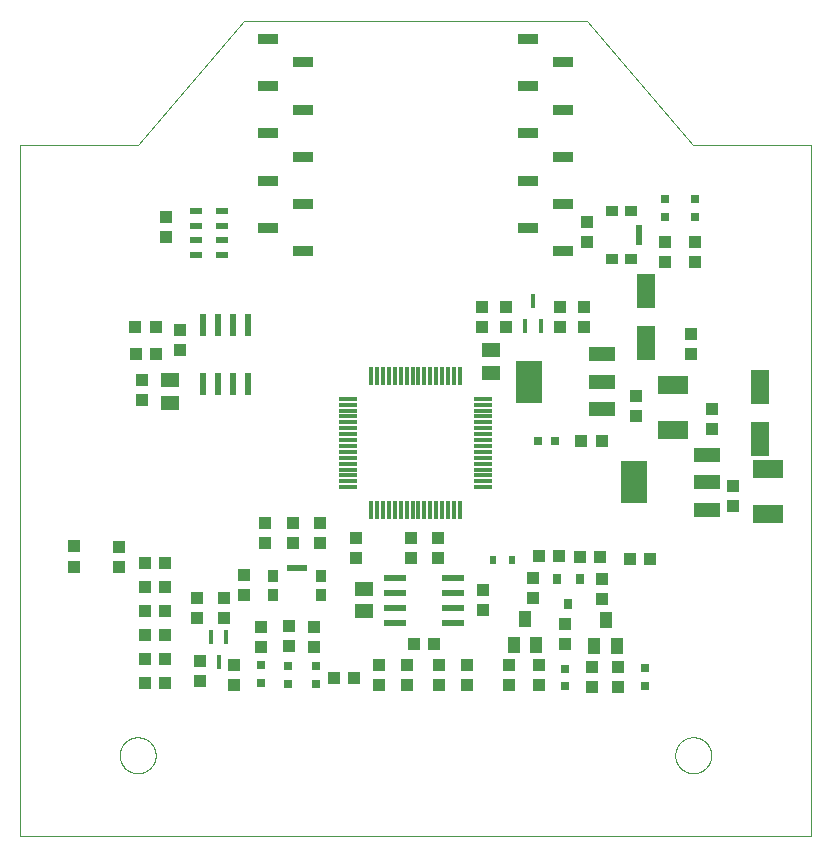
<source format=gtp>
G75*
%MOIN*%
%OFA0B0*%
%FSLAX25Y25*%
%IPPOS*%
%LPD*%
%AMOC8*
5,1,8,0,0,1.08239X$1,22.5*
%
%ADD10C,0.00000*%
%ADD11R,0.03937X0.04331*%
%ADD12R,0.06299X0.11811*%
%ADD13R,0.04331X0.03937*%
%ADD14R,0.08800X0.04800*%
%ADD15R,0.08661X0.14173*%
%ADD16R,0.03150X0.03150*%
%ADD17R,0.03543X0.03937*%
%ADD18R,0.06693X0.02165*%
%ADD19R,0.03937X0.03543*%
%ADD20R,0.02165X0.06693*%
%ADD21R,0.06693X0.03346*%
%ADD22R,0.04331X0.02362*%
%ADD23R,0.02200X0.07800*%
%ADD24R,0.07800X0.02200*%
%ADD25R,0.01181X0.05906*%
%ADD26R,0.05906X0.01181*%
%ADD27R,0.05906X0.05118*%
%ADD28R,0.10000X0.06000*%
%ADD29R,0.03937X0.05512*%
%ADD30R,0.03150X0.03543*%
%ADD31R,0.02362X0.03150*%
%ADD32R,0.04252X0.04134*%
%ADD33R,0.01600X0.04600*%
D10*
X0012400Y0035678D02*
X0012400Y0265993D01*
X0051770Y0265993D01*
X0087203Y0307332D01*
X0201376Y0307332D01*
X0236809Y0265993D01*
X0276180Y0265993D01*
X0276180Y0035678D01*
X0012400Y0035678D01*
X0045690Y0062450D02*
X0045692Y0062604D01*
X0045698Y0062759D01*
X0045708Y0062913D01*
X0045722Y0063067D01*
X0045740Y0063220D01*
X0045761Y0063373D01*
X0045787Y0063526D01*
X0045817Y0063677D01*
X0045850Y0063828D01*
X0045888Y0063978D01*
X0045929Y0064127D01*
X0045974Y0064275D01*
X0046023Y0064421D01*
X0046076Y0064567D01*
X0046132Y0064710D01*
X0046192Y0064853D01*
X0046256Y0064993D01*
X0046323Y0065133D01*
X0046394Y0065270D01*
X0046468Y0065405D01*
X0046546Y0065539D01*
X0046627Y0065670D01*
X0046712Y0065799D01*
X0046800Y0065927D01*
X0046891Y0066051D01*
X0046985Y0066174D01*
X0047083Y0066294D01*
X0047183Y0066411D01*
X0047287Y0066526D01*
X0047393Y0066638D01*
X0047502Y0066747D01*
X0047614Y0066853D01*
X0047729Y0066957D01*
X0047846Y0067057D01*
X0047966Y0067155D01*
X0048089Y0067249D01*
X0048213Y0067340D01*
X0048341Y0067428D01*
X0048470Y0067513D01*
X0048601Y0067594D01*
X0048735Y0067672D01*
X0048870Y0067746D01*
X0049007Y0067817D01*
X0049147Y0067884D01*
X0049287Y0067948D01*
X0049430Y0068008D01*
X0049573Y0068064D01*
X0049719Y0068117D01*
X0049865Y0068166D01*
X0050013Y0068211D01*
X0050162Y0068252D01*
X0050312Y0068290D01*
X0050463Y0068323D01*
X0050614Y0068353D01*
X0050767Y0068379D01*
X0050920Y0068400D01*
X0051073Y0068418D01*
X0051227Y0068432D01*
X0051381Y0068442D01*
X0051536Y0068448D01*
X0051690Y0068450D01*
X0051844Y0068448D01*
X0051999Y0068442D01*
X0052153Y0068432D01*
X0052307Y0068418D01*
X0052460Y0068400D01*
X0052613Y0068379D01*
X0052766Y0068353D01*
X0052917Y0068323D01*
X0053068Y0068290D01*
X0053218Y0068252D01*
X0053367Y0068211D01*
X0053515Y0068166D01*
X0053661Y0068117D01*
X0053807Y0068064D01*
X0053950Y0068008D01*
X0054093Y0067948D01*
X0054233Y0067884D01*
X0054373Y0067817D01*
X0054510Y0067746D01*
X0054645Y0067672D01*
X0054779Y0067594D01*
X0054910Y0067513D01*
X0055039Y0067428D01*
X0055167Y0067340D01*
X0055291Y0067249D01*
X0055414Y0067155D01*
X0055534Y0067057D01*
X0055651Y0066957D01*
X0055766Y0066853D01*
X0055878Y0066747D01*
X0055987Y0066638D01*
X0056093Y0066526D01*
X0056197Y0066411D01*
X0056297Y0066294D01*
X0056395Y0066174D01*
X0056489Y0066051D01*
X0056580Y0065927D01*
X0056668Y0065799D01*
X0056753Y0065670D01*
X0056834Y0065539D01*
X0056912Y0065405D01*
X0056986Y0065270D01*
X0057057Y0065133D01*
X0057124Y0064993D01*
X0057188Y0064853D01*
X0057248Y0064710D01*
X0057304Y0064567D01*
X0057357Y0064421D01*
X0057406Y0064275D01*
X0057451Y0064127D01*
X0057492Y0063978D01*
X0057530Y0063828D01*
X0057563Y0063677D01*
X0057593Y0063526D01*
X0057619Y0063373D01*
X0057640Y0063220D01*
X0057658Y0063067D01*
X0057672Y0062913D01*
X0057682Y0062759D01*
X0057688Y0062604D01*
X0057690Y0062450D01*
X0057688Y0062296D01*
X0057682Y0062141D01*
X0057672Y0061987D01*
X0057658Y0061833D01*
X0057640Y0061680D01*
X0057619Y0061527D01*
X0057593Y0061374D01*
X0057563Y0061223D01*
X0057530Y0061072D01*
X0057492Y0060922D01*
X0057451Y0060773D01*
X0057406Y0060625D01*
X0057357Y0060479D01*
X0057304Y0060333D01*
X0057248Y0060190D01*
X0057188Y0060047D01*
X0057124Y0059907D01*
X0057057Y0059767D01*
X0056986Y0059630D01*
X0056912Y0059495D01*
X0056834Y0059361D01*
X0056753Y0059230D01*
X0056668Y0059101D01*
X0056580Y0058973D01*
X0056489Y0058849D01*
X0056395Y0058726D01*
X0056297Y0058606D01*
X0056197Y0058489D01*
X0056093Y0058374D01*
X0055987Y0058262D01*
X0055878Y0058153D01*
X0055766Y0058047D01*
X0055651Y0057943D01*
X0055534Y0057843D01*
X0055414Y0057745D01*
X0055291Y0057651D01*
X0055167Y0057560D01*
X0055039Y0057472D01*
X0054910Y0057387D01*
X0054779Y0057306D01*
X0054645Y0057228D01*
X0054510Y0057154D01*
X0054373Y0057083D01*
X0054233Y0057016D01*
X0054093Y0056952D01*
X0053950Y0056892D01*
X0053807Y0056836D01*
X0053661Y0056783D01*
X0053515Y0056734D01*
X0053367Y0056689D01*
X0053218Y0056648D01*
X0053068Y0056610D01*
X0052917Y0056577D01*
X0052766Y0056547D01*
X0052613Y0056521D01*
X0052460Y0056500D01*
X0052307Y0056482D01*
X0052153Y0056468D01*
X0051999Y0056458D01*
X0051844Y0056452D01*
X0051690Y0056450D01*
X0051536Y0056452D01*
X0051381Y0056458D01*
X0051227Y0056468D01*
X0051073Y0056482D01*
X0050920Y0056500D01*
X0050767Y0056521D01*
X0050614Y0056547D01*
X0050463Y0056577D01*
X0050312Y0056610D01*
X0050162Y0056648D01*
X0050013Y0056689D01*
X0049865Y0056734D01*
X0049719Y0056783D01*
X0049573Y0056836D01*
X0049430Y0056892D01*
X0049287Y0056952D01*
X0049147Y0057016D01*
X0049007Y0057083D01*
X0048870Y0057154D01*
X0048735Y0057228D01*
X0048601Y0057306D01*
X0048470Y0057387D01*
X0048341Y0057472D01*
X0048213Y0057560D01*
X0048089Y0057651D01*
X0047966Y0057745D01*
X0047846Y0057843D01*
X0047729Y0057943D01*
X0047614Y0058047D01*
X0047502Y0058153D01*
X0047393Y0058262D01*
X0047287Y0058374D01*
X0047183Y0058489D01*
X0047083Y0058606D01*
X0046985Y0058726D01*
X0046891Y0058849D01*
X0046800Y0058973D01*
X0046712Y0059101D01*
X0046627Y0059230D01*
X0046546Y0059361D01*
X0046468Y0059495D01*
X0046394Y0059630D01*
X0046323Y0059767D01*
X0046256Y0059907D01*
X0046192Y0060047D01*
X0046132Y0060190D01*
X0046076Y0060333D01*
X0046023Y0060479D01*
X0045974Y0060625D01*
X0045929Y0060773D01*
X0045888Y0060922D01*
X0045850Y0061072D01*
X0045817Y0061223D01*
X0045787Y0061374D01*
X0045761Y0061527D01*
X0045740Y0061680D01*
X0045722Y0061833D01*
X0045708Y0061987D01*
X0045698Y0062141D01*
X0045692Y0062296D01*
X0045690Y0062450D01*
X0230890Y0062450D02*
X0230892Y0062604D01*
X0230898Y0062759D01*
X0230908Y0062913D01*
X0230922Y0063067D01*
X0230940Y0063220D01*
X0230961Y0063373D01*
X0230987Y0063526D01*
X0231017Y0063677D01*
X0231050Y0063828D01*
X0231088Y0063978D01*
X0231129Y0064127D01*
X0231174Y0064275D01*
X0231223Y0064421D01*
X0231276Y0064567D01*
X0231332Y0064710D01*
X0231392Y0064853D01*
X0231456Y0064993D01*
X0231523Y0065133D01*
X0231594Y0065270D01*
X0231668Y0065405D01*
X0231746Y0065539D01*
X0231827Y0065670D01*
X0231912Y0065799D01*
X0232000Y0065927D01*
X0232091Y0066051D01*
X0232185Y0066174D01*
X0232283Y0066294D01*
X0232383Y0066411D01*
X0232487Y0066526D01*
X0232593Y0066638D01*
X0232702Y0066747D01*
X0232814Y0066853D01*
X0232929Y0066957D01*
X0233046Y0067057D01*
X0233166Y0067155D01*
X0233289Y0067249D01*
X0233413Y0067340D01*
X0233541Y0067428D01*
X0233670Y0067513D01*
X0233801Y0067594D01*
X0233935Y0067672D01*
X0234070Y0067746D01*
X0234207Y0067817D01*
X0234347Y0067884D01*
X0234487Y0067948D01*
X0234630Y0068008D01*
X0234773Y0068064D01*
X0234919Y0068117D01*
X0235065Y0068166D01*
X0235213Y0068211D01*
X0235362Y0068252D01*
X0235512Y0068290D01*
X0235663Y0068323D01*
X0235814Y0068353D01*
X0235967Y0068379D01*
X0236120Y0068400D01*
X0236273Y0068418D01*
X0236427Y0068432D01*
X0236581Y0068442D01*
X0236736Y0068448D01*
X0236890Y0068450D01*
X0237044Y0068448D01*
X0237199Y0068442D01*
X0237353Y0068432D01*
X0237507Y0068418D01*
X0237660Y0068400D01*
X0237813Y0068379D01*
X0237966Y0068353D01*
X0238117Y0068323D01*
X0238268Y0068290D01*
X0238418Y0068252D01*
X0238567Y0068211D01*
X0238715Y0068166D01*
X0238861Y0068117D01*
X0239007Y0068064D01*
X0239150Y0068008D01*
X0239293Y0067948D01*
X0239433Y0067884D01*
X0239573Y0067817D01*
X0239710Y0067746D01*
X0239845Y0067672D01*
X0239979Y0067594D01*
X0240110Y0067513D01*
X0240239Y0067428D01*
X0240367Y0067340D01*
X0240491Y0067249D01*
X0240614Y0067155D01*
X0240734Y0067057D01*
X0240851Y0066957D01*
X0240966Y0066853D01*
X0241078Y0066747D01*
X0241187Y0066638D01*
X0241293Y0066526D01*
X0241397Y0066411D01*
X0241497Y0066294D01*
X0241595Y0066174D01*
X0241689Y0066051D01*
X0241780Y0065927D01*
X0241868Y0065799D01*
X0241953Y0065670D01*
X0242034Y0065539D01*
X0242112Y0065405D01*
X0242186Y0065270D01*
X0242257Y0065133D01*
X0242324Y0064993D01*
X0242388Y0064853D01*
X0242448Y0064710D01*
X0242504Y0064567D01*
X0242557Y0064421D01*
X0242606Y0064275D01*
X0242651Y0064127D01*
X0242692Y0063978D01*
X0242730Y0063828D01*
X0242763Y0063677D01*
X0242793Y0063526D01*
X0242819Y0063373D01*
X0242840Y0063220D01*
X0242858Y0063067D01*
X0242872Y0062913D01*
X0242882Y0062759D01*
X0242888Y0062604D01*
X0242890Y0062450D01*
X0242888Y0062296D01*
X0242882Y0062141D01*
X0242872Y0061987D01*
X0242858Y0061833D01*
X0242840Y0061680D01*
X0242819Y0061527D01*
X0242793Y0061374D01*
X0242763Y0061223D01*
X0242730Y0061072D01*
X0242692Y0060922D01*
X0242651Y0060773D01*
X0242606Y0060625D01*
X0242557Y0060479D01*
X0242504Y0060333D01*
X0242448Y0060190D01*
X0242388Y0060047D01*
X0242324Y0059907D01*
X0242257Y0059767D01*
X0242186Y0059630D01*
X0242112Y0059495D01*
X0242034Y0059361D01*
X0241953Y0059230D01*
X0241868Y0059101D01*
X0241780Y0058973D01*
X0241689Y0058849D01*
X0241595Y0058726D01*
X0241497Y0058606D01*
X0241397Y0058489D01*
X0241293Y0058374D01*
X0241187Y0058262D01*
X0241078Y0058153D01*
X0240966Y0058047D01*
X0240851Y0057943D01*
X0240734Y0057843D01*
X0240614Y0057745D01*
X0240491Y0057651D01*
X0240367Y0057560D01*
X0240239Y0057472D01*
X0240110Y0057387D01*
X0239979Y0057306D01*
X0239845Y0057228D01*
X0239710Y0057154D01*
X0239573Y0057083D01*
X0239433Y0057016D01*
X0239293Y0056952D01*
X0239150Y0056892D01*
X0239007Y0056836D01*
X0238861Y0056783D01*
X0238715Y0056734D01*
X0238567Y0056689D01*
X0238418Y0056648D01*
X0238268Y0056610D01*
X0238117Y0056577D01*
X0237966Y0056547D01*
X0237813Y0056521D01*
X0237660Y0056500D01*
X0237507Y0056482D01*
X0237353Y0056468D01*
X0237199Y0056458D01*
X0237044Y0056452D01*
X0236890Y0056450D01*
X0236736Y0056452D01*
X0236581Y0056458D01*
X0236427Y0056468D01*
X0236273Y0056482D01*
X0236120Y0056500D01*
X0235967Y0056521D01*
X0235814Y0056547D01*
X0235663Y0056577D01*
X0235512Y0056610D01*
X0235362Y0056648D01*
X0235213Y0056689D01*
X0235065Y0056734D01*
X0234919Y0056783D01*
X0234773Y0056836D01*
X0234630Y0056892D01*
X0234487Y0056952D01*
X0234347Y0057016D01*
X0234207Y0057083D01*
X0234070Y0057154D01*
X0233935Y0057228D01*
X0233801Y0057306D01*
X0233670Y0057387D01*
X0233541Y0057472D01*
X0233413Y0057560D01*
X0233289Y0057651D01*
X0233166Y0057745D01*
X0233046Y0057843D01*
X0232929Y0057943D01*
X0232814Y0058047D01*
X0232702Y0058153D01*
X0232593Y0058262D01*
X0232487Y0058374D01*
X0232383Y0058489D01*
X0232283Y0058606D01*
X0232185Y0058726D01*
X0232091Y0058849D01*
X0232000Y0058973D01*
X0231912Y0059101D01*
X0231827Y0059230D01*
X0231746Y0059361D01*
X0231668Y0059495D01*
X0231594Y0059630D01*
X0231523Y0059767D01*
X0231456Y0059907D01*
X0231392Y0060047D01*
X0231332Y0060190D01*
X0231276Y0060333D01*
X0231223Y0060479D01*
X0231174Y0060625D01*
X0231129Y0060773D01*
X0231088Y0060922D01*
X0231050Y0061072D01*
X0231017Y0061223D01*
X0230987Y0061374D01*
X0230961Y0061527D01*
X0230940Y0061680D01*
X0230922Y0061833D01*
X0230908Y0061987D01*
X0230898Y0062141D01*
X0230892Y0062296D01*
X0230890Y0062450D01*
D11*
X0222573Y0127875D03*
X0215880Y0127875D03*
X0205746Y0128647D03*
X0199054Y0128647D03*
X0192026Y0128974D03*
X0185333Y0128974D03*
X0166715Y0117493D03*
X0166715Y0110800D03*
X0161589Y0092493D03*
X0161589Y0085800D03*
X0132089Y0085800D03*
X0132089Y0092493D03*
X0123668Y0088358D03*
X0116975Y0088358D03*
X0087215Y0115863D03*
X0087215Y0122556D03*
X0080400Y0114993D03*
X0080400Y0108300D03*
X0060746Y0110647D03*
X0054054Y0110647D03*
X0054054Y0118647D03*
X0060746Y0118647D03*
X0060746Y0102647D03*
X0054054Y0102647D03*
X0054054Y0094647D03*
X0060746Y0094647D03*
X0060746Y0086647D03*
X0054054Y0086647D03*
X0124400Y0128300D03*
X0124400Y0134993D03*
X0142967Y0134993D03*
X0142967Y0128300D03*
X0199628Y0167147D03*
X0206321Y0167147D03*
X0217715Y0175615D03*
X0217715Y0182308D03*
X0236215Y0196115D03*
X0236215Y0202808D03*
X0243215Y0177745D03*
X0243215Y0171052D03*
X0250215Y0152245D03*
X0250215Y0145552D03*
X0201613Y0233631D03*
X0201613Y0240324D03*
X0166400Y0211993D03*
X0166400Y0205300D03*
X0061270Y0235143D03*
X0061270Y0241836D03*
X0053254Y0187643D03*
X0053254Y0180950D03*
D12*
X0221215Y0199800D03*
X0221215Y0217123D03*
X0259215Y0185060D03*
X0259215Y0167737D03*
D13*
X0206380Y0121194D03*
X0206380Y0114501D03*
X0194223Y0106356D03*
X0194223Y0099663D03*
X0185628Y0092548D03*
X0185628Y0085856D03*
X0175317Y0085856D03*
X0175317Y0092548D03*
X0183585Y0115021D03*
X0183585Y0121714D03*
X0203217Y0091846D03*
X0203217Y0085153D03*
X0211931Y0085182D03*
X0211931Y0091875D03*
X0152089Y0092493D03*
X0152089Y0085800D03*
X0141589Y0085800D03*
X0141589Y0092493D03*
X0143743Y0099647D03*
X0150435Y0099647D03*
X0151652Y0128300D03*
X0151652Y0134993D03*
X0112400Y0133300D03*
X0112400Y0139993D03*
X0103400Y0139993D03*
X0103400Y0133300D03*
X0094000Y0133300D03*
X0094000Y0139993D03*
X0071400Y0114993D03*
X0071400Y0108300D03*
X0072400Y0093993D03*
X0072400Y0087300D03*
X0083943Y0085730D03*
X0083943Y0092422D03*
X0092884Y0098667D03*
X0092884Y0105359D03*
X0102286Y0105478D03*
X0102286Y0098785D03*
X0110471Y0098600D03*
X0110471Y0105293D03*
X0060746Y0126647D03*
X0054054Y0126647D03*
X0045400Y0125300D03*
X0045400Y0131993D03*
X0051089Y0196344D03*
X0057782Y0196344D03*
X0057656Y0205277D03*
X0050963Y0205277D03*
X0065790Y0204249D03*
X0065790Y0197556D03*
X0174400Y0205300D03*
X0174400Y0211993D03*
X0192400Y0211993D03*
X0192400Y0205300D03*
X0200400Y0205300D03*
X0200400Y0211993D03*
X0227392Y0226962D03*
X0227392Y0233655D03*
X0237329Y0233655D03*
X0237329Y0226962D03*
D14*
X0206415Y0196062D03*
X0206415Y0186962D03*
X0206415Y0177862D03*
X0241415Y0162499D03*
X0241415Y0153399D03*
X0241415Y0144299D03*
D15*
X0217014Y0153399D03*
X0182014Y0186962D03*
D16*
X0185022Y0167147D03*
X0190928Y0167147D03*
X0227569Y0241907D03*
X0227569Y0247812D03*
X0237329Y0247761D03*
X0237329Y0241856D03*
X0220900Y0091600D03*
X0220900Y0085694D03*
X0194150Y0085444D03*
X0194150Y0091350D03*
X0111042Y0092170D03*
X0111042Y0086265D03*
X0101853Y0086265D03*
X0101853Y0092170D03*
X0092668Y0092485D03*
X0092668Y0086580D03*
D17*
X0096770Y0115993D03*
X0096770Y0122293D03*
X0112912Y0122293D03*
X0112912Y0115993D03*
D18*
X0104841Y0124753D03*
D19*
X0209963Y0227907D03*
X0216262Y0227907D03*
X0216262Y0244048D03*
X0209963Y0244048D03*
D20*
X0218723Y0235978D03*
D21*
X0193502Y0230399D03*
X0181691Y0238273D03*
X0193502Y0246147D03*
X0181691Y0254021D03*
X0193502Y0261895D03*
X0181691Y0269769D03*
X0193502Y0277643D03*
X0181691Y0285517D03*
X0193502Y0293391D03*
X0181691Y0301265D03*
X0106888Y0293391D03*
X0095077Y0301265D03*
X0095077Y0285517D03*
X0106888Y0277643D03*
X0095077Y0269769D03*
X0106888Y0261895D03*
X0095077Y0254021D03*
X0106888Y0246147D03*
X0095077Y0238273D03*
X0106888Y0230399D03*
D22*
X0079920Y0229147D03*
X0079920Y0234068D03*
X0079920Y0238989D03*
X0079920Y0243911D03*
X0071258Y0243911D03*
X0071258Y0238989D03*
X0071258Y0234068D03*
X0071258Y0229147D03*
D23*
X0073471Y0205733D03*
X0078471Y0205733D03*
X0083471Y0205733D03*
X0088471Y0205733D03*
X0088471Y0186333D03*
X0083471Y0186333D03*
X0078471Y0186333D03*
X0073471Y0186333D03*
D24*
X0137515Y0121647D03*
X0137515Y0116647D03*
X0137515Y0111647D03*
X0137515Y0106647D03*
X0156915Y0106647D03*
X0156915Y0111647D03*
X0156915Y0116647D03*
X0156915Y0121647D03*
D25*
X0157085Y0144115D03*
X0155117Y0144115D03*
X0153148Y0144115D03*
X0151180Y0144115D03*
X0149211Y0144115D03*
X0147243Y0144115D03*
X0145274Y0144115D03*
X0143306Y0144115D03*
X0141337Y0144115D03*
X0139369Y0144115D03*
X0137400Y0144115D03*
X0135431Y0144115D03*
X0133463Y0144115D03*
X0131494Y0144115D03*
X0129526Y0144115D03*
X0159054Y0144115D03*
X0159054Y0188997D03*
X0157085Y0188997D03*
X0155117Y0188997D03*
X0153148Y0188997D03*
X0151180Y0188997D03*
X0149211Y0188997D03*
X0147243Y0188997D03*
X0145274Y0188997D03*
X0143306Y0188997D03*
X0141337Y0188997D03*
X0139369Y0188997D03*
X0137400Y0188997D03*
X0135431Y0188997D03*
X0133463Y0188997D03*
X0131494Y0188997D03*
X0129526Y0188997D03*
D26*
X0121849Y0181320D03*
X0121849Y0179352D03*
X0121849Y0177383D03*
X0121849Y0175415D03*
X0121849Y0173446D03*
X0121849Y0171478D03*
X0121849Y0169509D03*
X0121849Y0167541D03*
X0121849Y0165572D03*
X0121849Y0163604D03*
X0121849Y0161635D03*
X0121849Y0159667D03*
X0121849Y0157698D03*
X0121849Y0155730D03*
X0121849Y0153761D03*
X0121849Y0151793D03*
X0166731Y0151793D03*
X0166731Y0153761D03*
X0166731Y0155730D03*
X0166731Y0157698D03*
X0166731Y0159667D03*
X0166731Y0161635D03*
X0166731Y0163604D03*
X0166731Y0165572D03*
X0166731Y0167541D03*
X0166731Y0169509D03*
X0166731Y0171478D03*
X0166731Y0173446D03*
X0166731Y0175415D03*
X0166731Y0177383D03*
X0166731Y0179352D03*
X0166731Y0181320D03*
D27*
X0169400Y0189907D03*
X0169400Y0197387D03*
X0127215Y0117887D03*
X0127215Y0110407D03*
X0062400Y0179907D03*
X0062400Y0187387D03*
D28*
X0230215Y0185899D03*
X0230215Y0170899D03*
X0261715Y0157899D03*
X0261715Y0142899D03*
D29*
X0211424Y0098909D03*
X0203943Y0098909D03*
X0207683Y0107570D03*
X0184494Y0099182D03*
X0177014Y0099182D03*
X0180754Y0107844D03*
D30*
X0191514Y0121261D03*
X0198994Y0121261D03*
X0195254Y0112993D03*
D31*
X0176550Y0127647D03*
X0170250Y0127647D03*
D32*
X0030400Y0125202D03*
X0030400Y0132092D03*
D33*
X0076100Y0101747D03*
X0081300Y0101747D03*
X0078700Y0093547D03*
X0180800Y0205547D03*
X0186000Y0205547D03*
X0183400Y0213747D03*
M02*

</source>
